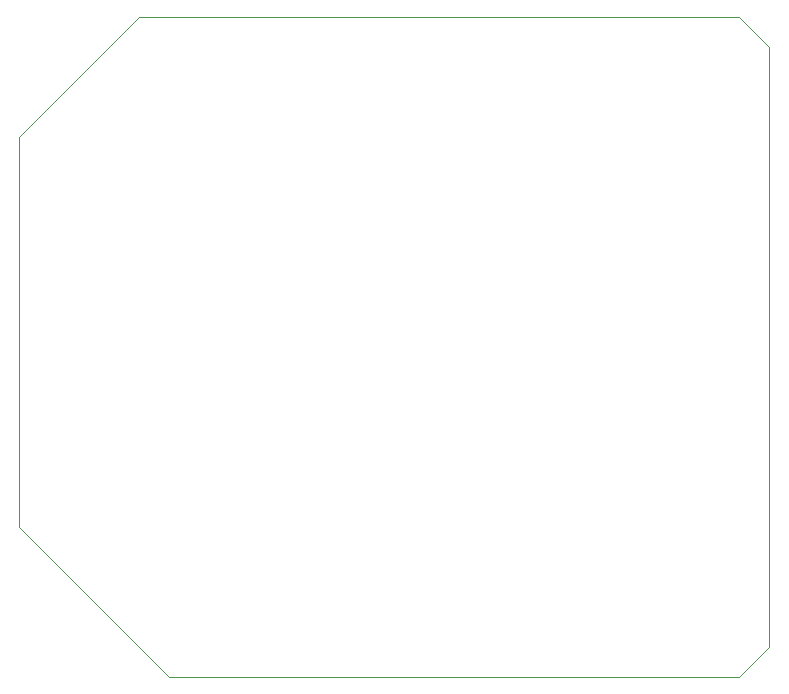
<source format=gm1>
%TF.GenerationSoftware,KiCad,Pcbnew,7.0.10*%
%TF.CreationDate,2024-01-13T22:46:11-05:00*%
%TF.ProjectId,NOR Flasher,4e4f5220-466c-4617-9368-65722e6b6963,rev?*%
%TF.SameCoordinates,Original*%
%TF.FileFunction,Profile,NP*%
%FSLAX46Y46*%
G04 Gerber Fmt 4.6, Leading zero omitted, Abs format (unit mm)*
G04 Created by KiCad (PCBNEW 7.0.10) date 2024-01-13 22:46:11*
%MOMM*%
%LPD*%
G01*
G04 APERTURE LIST*
%TA.AperFunction,Profile*%
%ADD10C,0.100000*%
%TD*%
G04 APERTURE END LIST*
D10*
X132080000Y-63500000D02*
X129540000Y-66040000D01*
X182880000Y-63500000D02*
X132080000Y-63500000D01*
X185420000Y-66040000D02*
X182880000Y-63500000D01*
X185420000Y-68580000D02*
X185420000Y-66040000D01*
X185420000Y-68580000D02*
X185420000Y-116840000D01*
X121920000Y-106680000D02*
X121920000Y-76200000D01*
X121920000Y-73660000D02*
X129540000Y-66040000D01*
X121920000Y-76200000D02*
X121920000Y-73660000D01*
X182880000Y-119380000D02*
X134620000Y-119380000D01*
X134620000Y-119380000D02*
X121920000Y-106680000D01*
X185420000Y-116840000D02*
X182880000Y-119380000D01*
M02*

</source>
